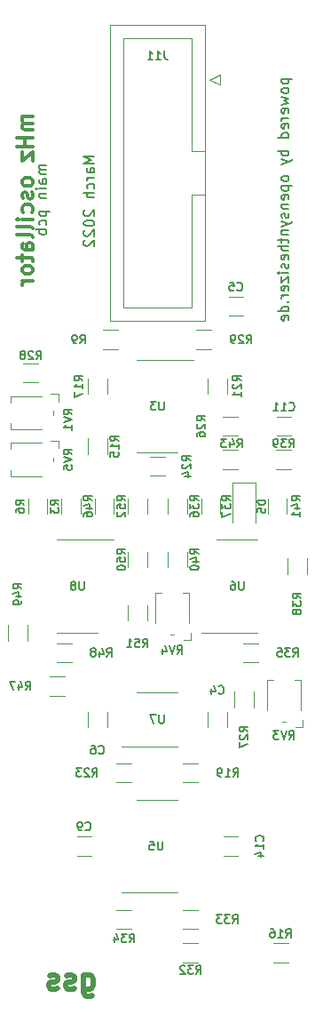
<source format=gbr>
%TF.GenerationSoftware,KiCad,Pcbnew,6.0.4-6f826c9f35~116~ubuntu21.10.1*%
%TF.CreationDate,2022-06-29T09:01:03+02:00*%
%TF.ProjectId,mHz_oscillator,6d487a5f-6f73-4636-996c-6c61746f722e,rev?*%
%TF.SameCoordinates,Original*%
%TF.FileFunction,Legend,Bot*%
%TF.FilePolarity,Positive*%
%FSLAX46Y46*%
G04 Gerber Fmt 4.6, Leading zero omitted, Abs format (unit mm)*
G04 Created by KiCad (PCBNEW 6.0.4-6f826c9f35~116~ubuntu21.10.1) date 2022-06-29 09:01:03*
%MOMM*%
%LPD*%
G01*
G04 APERTURE LIST*
%ADD10C,0.375000*%
%ADD11C,0.150000*%
%ADD12C,0.500000*%
%ADD13C,0.120000*%
G04 APERTURE END LIST*
D10*
X28110571Y75238571D02*
X27110571Y75238571D01*
X27253428Y75238571D02*
X27182000Y75167142D01*
X27110571Y75024285D01*
X27110571Y74810000D01*
X27182000Y74667142D01*
X27324857Y74595714D01*
X28110571Y74595714D01*
X27324857Y74595714D02*
X27182000Y74524285D01*
X27110571Y74381428D01*
X27110571Y74167142D01*
X27182000Y74024285D01*
X27324857Y73952857D01*
X28110571Y73952857D01*
X28110571Y73238571D02*
X26610571Y73238571D01*
X27324857Y73238571D02*
X27324857Y72381428D01*
X28110571Y72381428D02*
X26610571Y72381428D01*
X27110571Y71810000D02*
X27110571Y71024285D01*
X28110571Y71810000D01*
X28110571Y71024285D01*
X28110571Y69095714D02*
X28039142Y69238571D01*
X27967714Y69310000D01*
X27824857Y69381428D01*
X27396285Y69381428D01*
X27253428Y69310000D01*
X27182000Y69238571D01*
X27110571Y69095714D01*
X27110571Y68881428D01*
X27182000Y68738571D01*
X27253428Y68667142D01*
X27396285Y68595714D01*
X27824857Y68595714D01*
X27967714Y68667142D01*
X28039142Y68738571D01*
X28110571Y68881428D01*
X28110571Y69095714D01*
X28039142Y68024285D02*
X28110571Y67881428D01*
X28110571Y67595714D01*
X28039142Y67452857D01*
X27896285Y67381428D01*
X27824857Y67381428D01*
X27682000Y67452857D01*
X27610571Y67595714D01*
X27610571Y67810000D01*
X27539142Y67952857D01*
X27396285Y68024285D01*
X27324857Y68024285D01*
X27182000Y67952857D01*
X27110571Y67810000D01*
X27110571Y67595714D01*
X27182000Y67452857D01*
X28039142Y66095714D02*
X28110571Y66238571D01*
X28110571Y66524285D01*
X28039142Y66667142D01*
X27967714Y66738571D01*
X27824857Y66810000D01*
X27396285Y66810000D01*
X27253428Y66738571D01*
X27182000Y66667142D01*
X27110571Y66524285D01*
X27110571Y66238571D01*
X27182000Y66095714D01*
X28110571Y65452857D02*
X27110571Y65452857D01*
X26610571Y65452857D02*
X26682000Y65524285D01*
X26753428Y65452857D01*
X26682000Y65381428D01*
X26610571Y65452857D01*
X26753428Y65452857D01*
X28110571Y64524285D02*
X28039142Y64667142D01*
X27896285Y64738571D01*
X26610571Y64738571D01*
X28110571Y63738571D02*
X28039142Y63881428D01*
X27896285Y63952857D01*
X26610571Y63952857D01*
X28110571Y62524285D02*
X27324857Y62524285D01*
X27182000Y62595714D01*
X27110571Y62738571D01*
X27110571Y63024285D01*
X27182000Y63167142D01*
X28039142Y62524285D02*
X28110571Y62667142D01*
X28110571Y63024285D01*
X28039142Y63167142D01*
X27896285Y63238571D01*
X27753428Y63238571D01*
X27610571Y63167142D01*
X27539142Y63024285D01*
X27539142Y62667142D01*
X27467714Y62524285D01*
X27110571Y62024285D02*
X27110571Y61452857D01*
X26610571Y61810000D02*
X27896285Y61810000D01*
X28039142Y61738571D01*
X28110571Y61595714D01*
X28110571Y61452857D01*
X28110571Y60738571D02*
X28039142Y60881428D01*
X27967714Y60952857D01*
X27824857Y61024285D01*
X27396285Y61024285D01*
X27253428Y60952857D01*
X27182000Y60881428D01*
X27110571Y60738571D01*
X27110571Y60524285D01*
X27182000Y60381428D01*
X27253428Y60310000D01*
X27396285Y60238571D01*
X27824857Y60238571D01*
X27967714Y60310000D01*
X28039142Y60381428D01*
X28110571Y60524285D01*
X28110571Y60738571D01*
X28110571Y59595714D02*
X27110571Y59595714D01*
X27396285Y59595714D02*
X27253428Y59524285D01*
X27182000Y59452857D01*
X27110571Y59310000D01*
X27110571Y59167142D01*
D11*
X29408380Y70595714D02*
X28741714Y70595714D01*
X28836952Y70595714D02*
X28789333Y70548095D01*
X28741714Y70452857D01*
X28741714Y70310000D01*
X28789333Y70214761D01*
X28884571Y70167142D01*
X29408380Y70167142D01*
X28884571Y70167142D02*
X28789333Y70119523D01*
X28741714Y70024285D01*
X28741714Y69881428D01*
X28789333Y69786190D01*
X28884571Y69738571D01*
X29408380Y69738571D01*
X29408380Y68833809D02*
X28884571Y68833809D01*
X28789333Y68881428D01*
X28741714Y68976666D01*
X28741714Y69167142D01*
X28789333Y69262380D01*
X29360761Y68833809D02*
X29408380Y68929047D01*
X29408380Y69167142D01*
X29360761Y69262380D01*
X29265523Y69310000D01*
X29170285Y69310000D01*
X29075047Y69262380D01*
X29027428Y69167142D01*
X29027428Y68929047D01*
X28979809Y68833809D01*
X29408380Y68357619D02*
X28741714Y68357619D01*
X28408380Y68357619D02*
X28456000Y68405238D01*
X28503619Y68357619D01*
X28456000Y68310000D01*
X28408380Y68357619D01*
X28503619Y68357619D01*
X28741714Y67881428D02*
X29408380Y67881428D01*
X28836952Y67881428D02*
X28789333Y67833809D01*
X28741714Y67738571D01*
X28741714Y67595714D01*
X28789333Y67500476D01*
X28884571Y67452857D01*
X29408380Y67452857D01*
X28741714Y66214761D02*
X29741714Y66214761D01*
X28789333Y66214761D02*
X28741714Y66119523D01*
X28741714Y65929047D01*
X28789333Y65833809D01*
X28836952Y65786190D01*
X28932190Y65738571D01*
X29217904Y65738571D01*
X29313142Y65786190D01*
X29360761Y65833809D01*
X29408380Y65929047D01*
X29408380Y66119523D01*
X29360761Y66214761D01*
X29360761Y64881428D02*
X29408380Y64976666D01*
X29408380Y65167142D01*
X29360761Y65262380D01*
X29313142Y65310000D01*
X29217904Y65357619D01*
X28932190Y65357619D01*
X28836952Y65310000D01*
X28789333Y65262380D01*
X28741714Y65167142D01*
X28741714Y64976666D01*
X28789333Y64881428D01*
X29408380Y64452857D02*
X28408380Y64452857D01*
X28789333Y64452857D02*
X28741714Y64357619D01*
X28741714Y64167142D01*
X28789333Y64071904D01*
X28836952Y64024285D01*
X28932190Y63976666D01*
X29217904Y63976666D01*
X29313142Y64024285D01*
X29360761Y64071904D01*
X29408380Y64167142D01*
X29408380Y64357619D01*
X29360761Y64452857D01*
X33980380Y71444904D02*
X32980380Y71444904D01*
X33694666Y71111571D01*
X32980380Y70778238D01*
X33980380Y70778238D01*
X33980380Y69873476D02*
X33456571Y69873476D01*
X33361333Y69921095D01*
X33313714Y70016333D01*
X33313714Y70206809D01*
X33361333Y70302047D01*
X33932761Y69873476D02*
X33980380Y69968714D01*
X33980380Y70206809D01*
X33932761Y70302047D01*
X33837523Y70349666D01*
X33742285Y70349666D01*
X33647047Y70302047D01*
X33599428Y70206809D01*
X33599428Y69968714D01*
X33551809Y69873476D01*
X33980380Y69397285D02*
X33313714Y69397285D01*
X33504190Y69397285D02*
X33408952Y69349666D01*
X33361333Y69302047D01*
X33313714Y69206809D01*
X33313714Y69111571D01*
X33932761Y68349666D02*
X33980380Y68444904D01*
X33980380Y68635380D01*
X33932761Y68730619D01*
X33885142Y68778238D01*
X33789904Y68825857D01*
X33504190Y68825857D01*
X33408952Y68778238D01*
X33361333Y68730619D01*
X33313714Y68635380D01*
X33313714Y68444904D01*
X33361333Y68349666D01*
X33980380Y67921095D02*
X32980380Y67921095D01*
X33980380Y67492523D02*
X33456571Y67492523D01*
X33361333Y67540142D01*
X33313714Y67635380D01*
X33313714Y67778238D01*
X33361333Y67873476D01*
X33408952Y67921095D01*
X33075619Y66302047D02*
X33028000Y66254428D01*
X32980380Y66159190D01*
X32980380Y65921095D01*
X33028000Y65825857D01*
X33075619Y65778238D01*
X33170857Y65730619D01*
X33266095Y65730619D01*
X33408952Y65778238D01*
X33980380Y66349666D01*
X33980380Y65730619D01*
X32980380Y65111571D02*
X32980380Y65016333D01*
X33028000Y64921095D01*
X33075619Y64873476D01*
X33170857Y64825857D01*
X33361333Y64778238D01*
X33599428Y64778238D01*
X33789904Y64825857D01*
X33885142Y64873476D01*
X33932761Y64921095D01*
X33980380Y65016333D01*
X33980380Y65111571D01*
X33932761Y65206809D01*
X33885142Y65254428D01*
X33789904Y65302047D01*
X33599428Y65349666D01*
X33361333Y65349666D01*
X33170857Y65302047D01*
X33075619Y65254428D01*
X33028000Y65206809D01*
X32980380Y65111571D01*
X33075619Y64397285D02*
X33028000Y64349666D01*
X32980380Y64254428D01*
X32980380Y64016333D01*
X33028000Y63921095D01*
X33075619Y63873476D01*
X33170857Y63825857D01*
X33266095Y63825857D01*
X33408952Y63873476D01*
X33980380Y64444904D01*
X33980380Y63825857D01*
X33075619Y63444904D02*
X33028000Y63397285D01*
X32980380Y63302047D01*
X32980380Y63063952D01*
X33028000Y62968714D01*
X33075619Y62921095D01*
X33170857Y62873476D01*
X33266095Y62873476D01*
X33408952Y62921095D01*
X33980380Y63492523D01*
X33980380Y62873476D01*
D12*
X32940476Y-6556428D02*
X32940476Y-8175476D01*
X33035714Y-8365952D01*
X33130952Y-8461190D01*
X33321428Y-8556428D01*
X33607142Y-8556428D01*
X33797619Y-8461190D01*
X32940476Y-7794523D02*
X33130952Y-7889761D01*
X33511904Y-7889761D01*
X33702380Y-7794523D01*
X33797619Y-7699285D01*
X33892857Y-7508809D01*
X33892857Y-6937380D01*
X33797619Y-6746904D01*
X33702380Y-6651666D01*
X33511904Y-6556428D01*
X33130952Y-6556428D01*
X32940476Y-6651666D01*
X32083333Y-7794523D02*
X31892857Y-7889761D01*
X31511904Y-7889761D01*
X31321428Y-7794523D01*
X31226190Y-7604047D01*
X31226190Y-7508809D01*
X31321428Y-7318333D01*
X31511904Y-7223095D01*
X31797619Y-7223095D01*
X31988095Y-7127857D01*
X32083333Y-6937380D01*
X32083333Y-6842142D01*
X31988095Y-6651666D01*
X31797619Y-6556428D01*
X31511904Y-6556428D01*
X31321428Y-6651666D01*
X30464285Y-7794523D02*
X30273809Y-7889761D01*
X29892857Y-7889761D01*
X29702380Y-7794523D01*
X29607142Y-7604047D01*
X29607142Y-7508809D01*
X29702380Y-7318333D01*
X29892857Y-7223095D01*
X30178571Y-7223095D01*
X30369047Y-7127857D01*
X30464285Y-6937380D01*
X30464285Y-6842142D01*
X30369047Y-6651666D01*
X30178571Y-6556428D01*
X29892857Y-6556428D01*
X29702380Y-6651666D01*
D11*
X51855714Y78810000D02*
X52855714Y78810000D01*
X51903333Y78810000D02*
X51855714Y78714761D01*
X51855714Y78524285D01*
X51903333Y78429047D01*
X51950952Y78381428D01*
X52046190Y78333809D01*
X52331904Y78333809D01*
X52427142Y78381428D01*
X52474761Y78429047D01*
X52522380Y78524285D01*
X52522380Y78714761D01*
X52474761Y78810000D01*
X52522380Y77762380D02*
X52474761Y77857619D01*
X52427142Y77905238D01*
X52331904Y77952857D01*
X52046190Y77952857D01*
X51950952Y77905238D01*
X51903333Y77857619D01*
X51855714Y77762380D01*
X51855714Y77619523D01*
X51903333Y77524285D01*
X51950952Y77476666D01*
X52046190Y77429047D01*
X52331904Y77429047D01*
X52427142Y77476666D01*
X52474761Y77524285D01*
X52522380Y77619523D01*
X52522380Y77762380D01*
X51855714Y77095714D02*
X52522380Y76905238D01*
X52046190Y76714761D01*
X52522380Y76524285D01*
X51855714Y76333809D01*
X52474761Y75571904D02*
X52522380Y75667142D01*
X52522380Y75857619D01*
X52474761Y75952857D01*
X52379523Y76000476D01*
X51998571Y76000476D01*
X51903333Y75952857D01*
X51855714Y75857619D01*
X51855714Y75667142D01*
X51903333Y75571904D01*
X51998571Y75524285D01*
X52093809Y75524285D01*
X52189047Y76000476D01*
X52522380Y75095714D02*
X51855714Y75095714D01*
X52046190Y75095714D02*
X51950952Y75048095D01*
X51903333Y75000476D01*
X51855714Y74905238D01*
X51855714Y74810000D01*
X52474761Y74095714D02*
X52522380Y74190952D01*
X52522380Y74381428D01*
X52474761Y74476666D01*
X52379523Y74524285D01*
X51998571Y74524285D01*
X51903333Y74476666D01*
X51855714Y74381428D01*
X51855714Y74190952D01*
X51903333Y74095714D01*
X51998571Y74048095D01*
X52093809Y74048095D01*
X52189047Y74524285D01*
X52522380Y73190952D02*
X51522380Y73190952D01*
X52474761Y73190952D02*
X52522380Y73286190D01*
X52522380Y73476666D01*
X52474761Y73571904D01*
X52427142Y73619523D01*
X52331904Y73667142D01*
X52046190Y73667142D01*
X51950952Y73619523D01*
X51903333Y73571904D01*
X51855714Y73476666D01*
X51855714Y73286190D01*
X51903333Y73190952D01*
X52522380Y71952857D02*
X51522380Y71952857D01*
X51903333Y71952857D02*
X51855714Y71857619D01*
X51855714Y71667142D01*
X51903333Y71571904D01*
X51950952Y71524285D01*
X52046190Y71476666D01*
X52331904Y71476666D01*
X52427142Y71524285D01*
X52474761Y71571904D01*
X52522380Y71667142D01*
X52522380Y71857619D01*
X52474761Y71952857D01*
X51855714Y71143333D02*
X52522380Y70905238D01*
X51855714Y70667142D02*
X52522380Y70905238D01*
X52760476Y71000476D01*
X52808095Y71048095D01*
X52855714Y71143333D01*
X52522380Y69381428D02*
X52474761Y69476666D01*
X52427142Y69524285D01*
X52331904Y69571904D01*
X52046190Y69571904D01*
X51950952Y69524285D01*
X51903333Y69476666D01*
X51855714Y69381428D01*
X51855714Y69238571D01*
X51903333Y69143333D01*
X51950952Y69095714D01*
X52046190Y69048095D01*
X52331904Y69048095D01*
X52427142Y69095714D01*
X52474761Y69143333D01*
X52522380Y69238571D01*
X52522380Y69381428D01*
X51855714Y68619523D02*
X52855714Y68619523D01*
X51903333Y68619523D02*
X51855714Y68524285D01*
X51855714Y68333809D01*
X51903333Y68238571D01*
X51950952Y68190952D01*
X52046190Y68143333D01*
X52331904Y68143333D01*
X52427142Y68190952D01*
X52474761Y68238571D01*
X52522380Y68333809D01*
X52522380Y68524285D01*
X52474761Y68619523D01*
X52474761Y67333809D02*
X52522380Y67429047D01*
X52522380Y67619523D01*
X52474761Y67714761D01*
X52379523Y67762380D01*
X51998571Y67762380D01*
X51903333Y67714761D01*
X51855714Y67619523D01*
X51855714Y67429047D01*
X51903333Y67333809D01*
X51998571Y67286190D01*
X52093809Y67286190D01*
X52189047Y67762380D01*
X51855714Y66857619D02*
X52522380Y66857619D01*
X51950952Y66857619D02*
X51903333Y66810000D01*
X51855714Y66714761D01*
X51855714Y66571904D01*
X51903333Y66476666D01*
X51998571Y66429047D01*
X52522380Y66429047D01*
X52474761Y66000476D02*
X52522380Y65905238D01*
X52522380Y65714761D01*
X52474761Y65619523D01*
X52379523Y65571904D01*
X52331904Y65571904D01*
X52236666Y65619523D01*
X52189047Y65714761D01*
X52189047Y65857619D01*
X52141428Y65952857D01*
X52046190Y66000476D01*
X51998571Y66000476D01*
X51903333Y65952857D01*
X51855714Y65857619D01*
X51855714Y65714761D01*
X51903333Y65619523D01*
X51855714Y65238571D02*
X52522380Y65000476D01*
X51855714Y64762380D02*
X52522380Y65000476D01*
X52760476Y65095714D01*
X52808095Y65143333D01*
X52855714Y65238571D01*
X51855714Y64381428D02*
X52522380Y64381428D01*
X51950952Y64381428D02*
X51903333Y64333809D01*
X51855714Y64238571D01*
X51855714Y64095714D01*
X51903333Y64000476D01*
X51998571Y63952857D01*
X52522380Y63952857D01*
X51855714Y63619523D02*
X51855714Y63238571D01*
X51522380Y63476666D02*
X52379523Y63476666D01*
X52474761Y63429047D01*
X52522380Y63333809D01*
X52522380Y63238571D01*
X52522380Y62905238D02*
X51522380Y62905238D01*
X52522380Y62476666D02*
X51998571Y62476666D01*
X51903333Y62524285D01*
X51855714Y62619523D01*
X51855714Y62762380D01*
X51903333Y62857619D01*
X51950952Y62905238D01*
X52474761Y61619523D02*
X52522380Y61714761D01*
X52522380Y61905238D01*
X52474761Y62000476D01*
X52379523Y62048095D01*
X51998571Y62048095D01*
X51903333Y62000476D01*
X51855714Y61905238D01*
X51855714Y61714761D01*
X51903333Y61619523D01*
X51998571Y61571904D01*
X52093809Y61571904D01*
X52189047Y62048095D01*
X52474761Y61190952D02*
X52522380Y61095714D01*
X52522380Y60905238D01*
X52474761Y60810000D01*
X52379523Y60762380D01*
X52331904Y60762380D01*
X52236666Y60810000D01*
X52189047Y60905238D01*
X52189047Y61048095D01*
X52141428Y61143333D01*
X52046190Y61190952D01*
X51998571Y61190952D01*
X51903333Y61143333D01*
X51855714Y61048095D01*
X51855714Y60905238D01*
X51903333Y60810000D01*
X52522380Y60333809D02*
X51855714Y60333809D01*
X51522380Y60333809D02*
X51570000Y60381428D01*
X51617619Y60333809D01*
X51570000Y60286190D01*
X51522380Y60333809D01*
X51617619Y60333809D01*
X51855714Y59952857D02*
X51855714Y59429047D01*
X52522380Y59952857D01*
X52522380Y59429047D01*
X52474761Y58667142D02*
X52522380Y58762380D01*
X52522380Y58952857D01*
X52474761Y59048095D01*
X52379523Y59095714D01*
X51998571Y59095714D01*
X51903333Y59048095D01*
X51855714Y58952857D01*
X51855714Y58762380D01*
X51903333Y58667142D01*
X51998571Y58619523D01*
X52093809Y58619523D01*
X52189047Y59095714D01*
X52522380Y58190952D02*
X51855714Y58190952D01*
X52046190Y58190952D02*
X51950952Y58143333D01*
X51903333Y58095714D01*
X51855714Y58000476D01*
X51855714Y57905238D01*
X52427142Y57571904D02*
X52474761Y57524285D01*
X52522380Y57571904D01*
X52474761Y57619523D01*
X52427142Y57571904D01*
X52522380Y57571904D01*
X52522380Y56667142D02*
X51522380Y56667142D01*
X52474761Y56667142D02*
X52522380Y56762380D01*
X52522380Y56952857D01*
X52474761Y57048095D01*
X52427142Y57095714D01*
X52331904Y57143333D01*
X52046190Y57143333D01*
X51950952Y57095714D01*
X51903333Y57048095D01*
X51855714Y56952857D01*
X51855714Y56762380D01*
X51903333Y56667142D01*
X52474761Y55810000D02*
X52522380Y55905238D01*
X52522380Y56095714D01*
X52474761Y56190952D01*
X52379523Y56238571D01*
X51998571Y56238571D01*
X51903333Y56190952D01*
X51855714Y56095714D01*
X51855714Y55905238D01*
X51903333Y55810000D01*
X51998571Y55762380D01*
X52093809Y55762380D01*
X52189047Y56238571D01*
%TO.C,R35*%
X52965285Y23768095D02*
X53231952Y24149047D01*
X53422428Y23768095D02*
X53422428Y24568095D01*
X53117666Y24568095D01*
X53041476Y24530000D01*
X53003380Y24491904D01*
X52965285Y24415714D01*
X52965285Y24301428D01*
X53003380Y24225238D01*
X53041476Y24187142D01*
X53117666Y24149047D01*
X53422428Y24149047D01*
X52698619Y24568095D02*
X52203380Y24568095D01*
X52470047Y24263333D01*
X52355761Y24263333D01*
X52279571Y24225238D01*
X52241476Y24187142D01*
X52203380Y24110952D01*
X52203380Y23920476D01*
X52241476Y23844285D01*
X52279571Y23806190D01*
X52355761Y23768095D01*
X52584333Y23768095D01*
X52660523Y23806190D01*
X52698619Y23844285D01*
X51479571Y24568095D02*
X51860523Y24568095D01*
X51898619Y24187142D01*
X51860523Y24225238D01*
X51784333Y24263333D01*
X51593857Y24263333D01*
X51517666Y24225238D01*
X51479571Y24187142D01*
X51441476Y24110952D01*
X51441476Y23920476D01*
X51479571Y23844285D01*
X51517666Y23806190D01*
X51593857Y23768095D01*
X51784333Y23768095D01*
X51860523Y23806190D01*
X51898619Y23844285D01*
%TO.C,R41*%
X53616904Y38614285D02*
X53235952Y38880952D01*
X53616904Y39071428D02*
X52816904Y39071428D01*
X52816904Y38766666D01*
X52855000Y38690476D01*
X52893095Y38652380D01*
X52969285Y38614285D01*
X53083571Y38614285D01*
X53159761Y38652380D01*
X53197857Y38690476D01*
X53235952Y38766666D01*
X53235952Y39071428D01*
X53083571Y37928571D02*
X53616904Y37928571D01*
X52778809Y38119047D02*
X53350238Y38309523D01*
X53350238Y37814285D01*
X53616904Y37090476D02*
X53616904Y37547619D01*
X53616904Y37319047D02*
X52816904Y37319047D01*
X52931190Y37395238D01*
X53007380Y37471428D01*
X53045476Y37547619D01*
%TO.C,R3*%
X30587904Y38233333D02*
X30206952Y38500000D01*
X30587904Y38690476D02*
X29787904Y38690476D01*
X29787904Y38385714D01*
X29826000Y38309523D01*
X29864095Y38271428D01*
X29940285Y38233333D01*
X30054571Y38233333D01*
X30130761Y38271428D01*
X30168857Y38309523D01*
X30206952Y38385714D01*
X30206952Y38690476D01*
X29787904Y37966666D02*
X29787904Y37471428D01*
X30092666Y37738095D01*
X30092666Y37623809D01*
X30130761Y37547619D01*
X30168857Y37509523D01*
X30245047Y37471428D01*
X30435523Y37471428D01*
X30511714Y37509523D01*
X30549809Y37547619D01*
X30587904Y37623809D01*
X30587904Y37852380D01*
X30549809Y37928571D01*
X30511714Y37966666D01*
%TO.C,R50*%
X36937904Y33534285D02*
X36556952Y33800952D01*
X36937904Y33991428D02*
X36137904Y33991428D01*
X36137904Y33686666D01*
X36176000Y33610476D01*
X36214095Y33572380D01*
X36290285Y33534285D01*
X36404571Y33534285D01*
X36480761Y33572380D01*
X36518857Y33610476D01*
X36556952Y33686666D01*
X36556952Y33991428D01*
X36137904Y32810476D02*
X36137904Y33191428D01*
X36518857Y33229523D01*
X36480761Y33191428D01*
X36442666Y33115238D01*
X36442666Y32924761D01*
X36480761Y32848571D01*
X36518857Y32810476D01*
X36595047Y32772380D01*
X36785523Y32772380D01*
X36861714Y32810476D01*
X36899809Y32848571D01*
X36937904Y32924761D01*
X36937904Y33115238D01*
X36899809Y33191428D01*
X36861714Y33229523D01*
X36137904Y32277142D02*
X36137904Y32200952D01*
X36176000Y32124761D01*
X36214095Y32086666D01*
X36290285Y32048571D01*
X36442666Y32010476D01*
X36633142Y32010476D01*
X36785523Y32048571D01*
X36861714Y32086666D01*
X36899809Y32124761D01*
X36937904Y32200952D01*
X36937904Y32277142D01*
X36899809Y32353333D01*
X36861714Y32391428D01*
X36785523Y32429523D01*
X36633142Y32467619D01*
X36442666Y32467619D01*
X36290285Y32429523D01*
X36214095Y32391428D01*
X36176000Y32353333D01*
X36137904Y32277142D01*
%TO.C,R6*%
X27285904Y38233333D02*
X26904952Y38500000D01*
X27285904Y38690476D02*
X26485904Y38690476D01*
X26485904Y38385714D01*
X26524000Y38309523D01*
X26562095Y38271428D01*
X26638285Y38233333D01*
X26752571Y38233333D01*
X26828761Y38271428D01*
X26866857Y38309523D01*
X26904952Y38385714D01*
X26904952Y38690476D01*
X26485904Y37547619D02*
X26485904Y37700000D01*
X26524000Y37776190D01*
X26562095Y37814285D01*
X26676380Y37890476D01*
X26828761Y37928571D01*
X27133523Y37928571D01*
X27209714Y37890476D01*
X27247809Y37852380D01*
X27285904Y37776190D01*
X27285904Y37623809D01*
X27247809Y37547619D01*
X27209714Y37509523D01*
X27133523Y37471428D01*
X26943047Y37471428D01*
X26866857Y37509523D01*
X26828761Y37547619D01*
X26790666Y37623809D01*
X26790666Y37776190D01*
X26828761Y37852380D01*
X26866857Y37890476D01*
X26943047Y37928571D01*
%TO.C,RV5*%
X31857904Y43021190D02*
X31476952Y43287857D01*
X31857904Y43478333D02*
X31057904Y43478333D01*
X31057904Y43173571D01*
X31096000Y43097380D01*
X31134095Y43059285D01*
X31210285Y43021190D01*
X31324571Y43021190D01*
X31400761Y43059285D01*
X31438857Y43097380D01*
X31476952Y43173571D01*
X31476952Y43478333D01*
X31057904Y42792619D02*
X31857904Y42525952D01*
X31057904Y42259285D01*
X31057904Y41611666D02*
X31057904Y41992619D01*
X31438857Y42030714D01*
X31400761Y41992619D01*
X31362666Y41916428D01*
X31362666Y41725952D01*
X31400761Y41649761D01*
X31438857Y41611666D01*
X31515047Y41573571D01*
X31705523Y41573571D01*
X31781714Y41611666D01*
X31819809Y41649761D01*
X31857904Y41725952D01*
X31857904Y41916428D01*
X31819809Y41992619D01*
X31781714Y42030714D01*
%TO.C,U5*%
X40487523Y6153095D02*
X40487523Y5505476D01*
X40449428Y5429285D01*
X40411333Y5391190D01*
X40335142Y5353095D01*
X40182761Y5353095D01*
X40106571Y5391190D01*
X40068476Y5429285D01*
X40030380Y5505476D01*
X40030380Y6153095D01*
X39268476Y6153095D02*
X39649428Y6153095D01*
X39687523Y5772142D01*
X39649428Y5810238D01*
X39573238Y5848333D01*
X39382761Y5848333D01*
X39306571Y5810238D01*
X39268476Y5772142D01*
X39230380Y5695952D01*
X39230380Y5505476D01*
X39268476Y5429285D01*
X39306571Y5391190D01*
X39382761Y5353095D01*
X39573238Y5353095D01*
X39649428Y5391190D01*
X39687523Y5429285D01*
%TO.C,R19*%
X47250285Y12338095D02*
X47516952Y12719047D01*
X47707428Y12338095D02*
X47707428Y13138095D01*
X47402666Y13138095D01*
X47326476Y13100000D01*
X47288380Y13061904D01*
X47250285Y12985714D01*
X47250285Y12871428D01*
X47288380Y12795238D01*
X47326476Y12757142D01*
X47402666Y12719047D01*
X47707428Y12719047D01*
X46488380Y12338095D02*
X46945523Y12338095D01*
X46716952Y12338095D02*
X46716952Y13138095D01*
X46793142Y13023809D01*
X46869333Y12947619D01*
X46945523Y12909523D01*
X46107428Y12338095D02*
X45955047Y12338095D01*
X45878857Y12376190D01*
X45840761Y12414285D01*
X45764571Y12528571D01*
X45726476Y12680952D01*
X45726476Y12985714D01*
X45764571Y13061904D01*
X45802666Y13100000D01*
X45878857Y13138095D01*
X46031238Y13138095D01*
X46107428Y13100000D01*
X46145523Y13061904D01*
X46183619Y12985714D01*
X46183619Y12795238D01*
X46145523Y12719047D01*
X46107428Y12680952D01*
X46031238Y12642857D01*
X45878857Y12642857D01*
X45802666Y12680952D01*
X45764571Y12719047D01*
X45726476Y12795238D01*
%TO.C,R52*%
X36937904Y38614285D02*
X36556952Y38880952D01*
X36937904Y39071428D02*
X36137904Y39071428D01*
X36137904Y38766666D01*
X36176000Y38690476D01*
X36214095Y38652380D01*
X36290285Y38614285D01*
X36404571Y38614285D01*
X36480761Y38652380D01*
X36518857Y38690476D01*
X36556952Y38766666D01*
X36556952Y39071428D01*
X36137904Y37890476D02*
X36137904Y38271428D01*
X36518857Y38309523D01*
X36480761Y38271428D01*
X36442666Y38195238D01*
X36442666Y38004761D01*
X36480761Y37928571D01*
X36518857Y37890476D01*
X36595047Y37852380D01*
X36785523Y37852380D01*
X36861714Y37890476D01*
X36899809Y37928571D01*
X36937904Y38004761D01*
X36937904Y38195238D01*
X36899809Y38271428D01*
X36861714Y38309523D01*
X36214095Y37547619D02*
X36176000Y37509523D01*
X36137904Y37433333D01*
X36137904Y37242857D01*
X36176000Y37166666D01*
X36214095Y37128571D01*
X36290285Y37090476D01*
X36366476Y37090476D01*
X36480761Y37128571D01*
X36937904Y37585714D01*
X36937904Y37090476D01*
%TO.C,R34*%
X37344285Y-3451904D02*
X37610952Y-3070952D01*
X37801428Y-3451904D02*
X37801428Y-2651904D01*
X37496666Y-2651904D01*
X37420476Y-2690000D01*
X37382380Y-2728095D01*
X37344285Y-2804285D01*
X37344285Y-2918571D01*
X37382380Y-2994761D01*
X37420476Y-3032857D01*
X37496666Y-3070952D01*
X37801428Y-3070952D01*
X37077619Y-2651904D02*
X36582380Y-2651904D01*
X36849047Y-2956666D01*
X36734761Y-2956666D01*
X36658571Y-2994761D01*
X36620476Y-3032857D01*
X36582380Y-3109047D01*
X36582380Y-3299523D01*
X36620476Y-3375714D01*
X36658571Y-3413809D01*
X36734761Y-3451904D01*
X36963333Y-3451904D01*
X37039523Y-3413809D01*
X37077619Y-3375714D01*
X35896666Y-2918571D02*
X35896666Y-3451904D01*
X36087142Y-2613809D02*
X36277619Y-3185238D01*
X35782380Y-3185238D01*
%TO.C,R49*%
X27031904Y30232285D02*
X26650952Y30498952D01*
X27031904Y30689428D02*
X26231904Y30689428D01*
X26231904Y30384666D01*
X26270000Y30308476D01*
X26308095Y30270380D01*
X26384285Y30232285D01*
X26498571Y30232285D01*
X26574761Y30270380D01*
X26612857Y30308476D01*
X26650952Y30384666D01*
X26650952Y30689428D01*
X26498571Y29546571D02*
X27031904Y29546571D01*
X26193809Y29737047D02*
X26765238Y29927523D01*
X26765238Y29432285D01*
X27031904Y29089428D02*
X27031904Y28937047D01*
X26993809Y28860857D01*
X26955714Y28822761D01*
X26841428Y28746571D01*
X26689047Y28708476D01*
X26384285Y28708476D01*
X26308095Y28746571D01*
X26270000Y28784666D01*
X26231904Y28860857D01*
X26231904Y29013238D01*
X26270000Y29089428D01*
X26308095Y29127523D01*
X26384285Y29165619D01*
X26574761Y29165619D01*
X26650952Y29127523D01*
X26689047Y29089428D01*
X26727142Y29013238D01*
X26727142Y28860857D01*
X26689047Y28784666D01*
X26650952Y28746571D01*
X26574761Y28708476D01*
%TO.C,C14*%
X50069714Y6229285D02*
X50107809Y6267380D01*
X50145904Y6381666D01*
X50145904Y6457857D01*
X50107809Y6572142D01*
X50031619Y6648333D01*
X49955428Y6686428D01*
X49803047Y6724523D01*
X49688761Y6724523D01*
X49536380Y6686428D01*
X49460190Y6648333D01*
X49384000Y6572142D01*
X49345904Y6457857D01*
X49345904Y6381666D01*
X49384000Y6267380D01*
X49422095Y6229285D01*
X50145904Y5467380D02*
X50145904Y5924523D01*
X50145904Y5695952D02*
X49345904Y5695952D01*
X49460190Y5772142D01*
X49536380Y5848333D01*
X49574476Y5924523D01*
X49612571Y4781666D02*
X50145904Y4781666D01*
X49307809Y4972142D02*
X49879238Y5162619D01*
X49879238Y4667380D01*
%TO.C,R23*%
X33788285Y12338095D02*
X34054952Y12719047D01*
X34245428Y12338095D02*
X34245428Y13138095D01*
X33940666Y13138095D01*
X33864476Y13100000D01*
X33826380Y13061904D01*
X33788285Y12985714D01*
X33788285Y12871428D01*
X33826380Y12795238D01*
X33864476Y12757142D01*
X33940666Y12719047D01*
X34245428Y12719047D01*
X33483523Y13061904D02*
X33445428Y13100000D01*
X33369238Y13138095D01*
X33178761Y13138095D01*
X33102571Y13100000D01*
X33064476Y13061904D01*
X33026380Y12985714D01*
X33026380Y12909523D01*
X33064476Y12795238D01*
X33521619Y12338095D01*
X33026380Y12338095D01*
X32759714Y13138095D02*
X32264476Y13138095D01*
X32531142Y12833333D01*
X32416857Y12833333D01*
X32340666Y12795238D01*
X32302571Y12757142D01*
X32264476Y12680952D01*
X32264476Y12490476D01*
X32302571Y12414285D01*
X32340666Y12376190D01*
X32416857Y12338095D01*
X32645428Y12338095D01*
X32721619Y12376190D01*
X32759714Y12414285D01*
%TO.C,R33*%
X47186785Y-1631904D02*
X47453452Y-1250952D01*
X47643928Y-1631904D02*
X47643928Y-831904D01*
X47339166Y-831904D01*
X47262976Y-870000D01*
X47224880Y-908095D01*
X47186785Y-984285D01*
X47186785Y-1098571D01*
X47224880Y-1174761D01*
X47262976Y-1212857D01*
X47339166Y-1250952D01*
X47643928Y-1250952D01*
X46920119Y-831904D02*
X46424880Y-831904D01*
X46691547Y-1136666D01*
X46577261Y-1136666D01*
X46501071Y-1174761D01*
X46462976Y-1212857D01*
X46424880Y-1289047D01*
X46424880Y-1479523D01*
X46462976Y-1555714D01*
X46501071Y-1593809D01*
X46577261Y-1631904D01*
X46805833Y-1631904D01*
X46882023Y-1593809D01*
X46920119Y-1555714D01*
X46158214Y-831904D02*
X45662976Y-831904D01*
X45929642Y-1136666D01*
X45815357Y-1136666D01*
X45739166Y-1174761D01*
X45701071Y-1212857D01*
X45662976Y-1289047D01*
X45662976Y-1479523D01*
X45701071Y-1555714D01*
X45739166Y-1593809D01*
X45815357Y-1631904D01*
X46043928Y-1631904D01*
X46120119Y-1593809D01*
X46158214Y-1555714D01*
%TO.C,U7*%
X40614523Y18218095D02*
X40614523Y17570476D01*
X40576428Y17494285D01*
X40538333Y17456190D01*
X40462142Y17418095D01*
X40309761Y17418095D01*
X40233571Y17456190D01*
X40195476Y17494285D01*
X40157380Y17570476D01*
X40157380Y18218095D01*
X39852619Y18218095D02*
X39319285Y18218095D01*
X39662142Y17418095D01*
%TO.C,R37*%
X46970904Y38614285D02*
X46589952Y38880952D01*
X46970904Y39071428D02*
X46170904Y39071428D01*
X46170904Y38766666D01*
X46209000Y38690476D01*
X46247095Y38652380D01*
X46323285Y38614285D01*
X46437571Y38614285D01*
X46513761Y38652380D01*
X46551857Y38690476D01*
X46589952Y38766666D01*
X46589952Y39071428D01*
X46170904Y38347619D02*
X46170904Y37852380D01*
X46475666Y38119047D01*
X46475666Y38004761D01*
X46513761Y37928571D01*
X46551857Y37890476D01*
X46628047Y37852380D01*
X46818523Y37852380D01*
X46894714Y37890476D01*
X46932809Y37928571D01*
X46970904Y38004761D01*
X46970904Y38233333D01*
X46932809Y38309523D01*
X46894714Y38347619D01*
X46170904Y37585714D02*
X46170904Y37052380D01*
X46970904Y37395238D01*
%TO.C,R47*%
X27438285Y20593095D02*
X27704952Y20974047D01*
X27895428Y20593095D02*
X27895428Y21393095D01*
X27590666Y21393095D01*
X27514476Y21355000D01*
X27476380Y21316904D01*
X27438285Y21240714D01*
X27438285Y21126428D01*
X27476380Y21050238D01*
X27514476Y21012142D01*
X27590666Y20974047D01*
X27895428Y20974047D01*
X26752571Y21126428D02*
X26752571Y20593095D01*
X26943047Y21431190D02*
X27133523Y20859761D01*
X26638285Y20859761D01*
X26409714Y21393095D02*
X25876380Y21393095D01*
X26219238Y20593095D01*
%TO.C,R32*%
X43694285Y-6457904D02*
X43960952Y-6076952D01*
X44151428Y-6457904D02*
X44151428Y-5657904D01*
X43846666Y-5657904D01*
X43770476Y-5696000D01*
X43732380Y-5734095D01*
X43694285Y-5810285D01*
X43694285Y-5924571D01*
X43732380Y-6000761D01*
X43770476Y-6038857D01*
X43846666Y-6076952D01*
X44151428Y-6076952D01*
X43427619Y-5657904D02*
X42932380Y-5657904D01*
X43199047Y-5962666D01*
X43084761Y-5962666D01*
X43008571Y-6000761D01*
X42970476Y-6038857D01*
X42932380Y-6115047D01*
X42932380Y-6305523D01*
X42970476Y-6381714D01*
X43008571Y-6419809D01*
X43084761Y-6457904D01*
X43313333Y-6457904D01*
X43389523Y-6419809D01*
X43427619Y-6381714D01*
X42627619Y-5734095D02*
X42589523Y-5696000D01*
X42513333Y-5657904D01*
X42322857Y-5657904D01*
X42246666Y-5696000D01*
X42208571Y-5734095D01*
X42170476Y-5810285D01*
X42170476Y-5886476D01*
X42208571Y-6000761D01*
X42665714Y-6457904D01*
X42170476Y-6457904D01*
%TO.C,R48*%
X35185285Y23768095D02*
X35451952Y24149047D01*
X35642428Y23768095D02*
X35642428Y24568095D01*
X35337666Y24568095D01*
X35261476Y24530000D01*
X35223380Y24491904D01*
X35185285Y24415714D01*
X35185285Y24301428D01*
X35223380Y24225238D01*
X35261476Y24187142D01*
X35337666Y24149047D01*
X35642428Y24149047D01*
X34499571Y24301428D02*
X34499571Y23768095D01*
X34690047Y24606190D02*
X34880523Y24034761D01*
X34385285Y24034761D01*
X33966238Y24225238D02*
X34042428Y24263333D01*
X34080523Y24301428D01*
X34118619Y24377619D01*
X34118619Y24415714D01*
X34080523Y24491904D01*
X34042428Y24530000D01*
X33966238Y24568095D01*
X33813857Y24568095D01*
X33737666Y24530000D01*
X33699571Y24491904D01*
X33661476Y24415714D01*
X33661476Y24377619D01*
X33699571Y24301428D01*
X33737666Y24263333D01*
X33813857Y24225238D01*
X33966238Y24225238D01*
X34042428Y24187142D01*
X34080523Y24149047D01*
X34118619Y24072857D01*
X34118619Y23920476D01*
X34080523Y23844285D01*
X34042428Y23806190D01*
X33966238Y23768095D01*
X33813857Y23768095D01*
X33737666Y23806190D01*
X33699571Y23844285D01*
X33661476Y23920476D01*
X33661476Y24072857D01*
X33699571Y24149047D01*
X33737666Y24187142D01*
X33813857Y24225238D01*
%TO.C,R24*%
X43160904Y42424285D02*
X42779952Y42690952D01*
X43160904Y42881428D02*
X42360904Y42881428D01*
X42360904Y42576666D01*
X42399000Y42500476D01*
X42437095Y42462380D01*
X42513285Y42424285D01*
X42627571Y42424285D01*
X42703761Y42462380D01*
X42741857Y42500476D01*
X42779952Y42576666D01*
X42779952Y42881428D01*
X42437095Y42119523D02*
X42399000Y42081428D01*
X42360904Y42005238D01*
X42360904Y41814761D01*
X42399000Y41738571D01*
X42437095Y41700476D01*
X42513285Y41662380D01*
X42589476Y41662380D01*
X42703761Y41700476D01*
X43160904Y42157619D01*
X43160904Y41662380D01*
X42627571Y40976666D02*
X43160904Y40976666D01*
X42322809Y41167142D02*
X42894238Y41357619D01*
X42894238Y40862380D01*
%TO.C,R28*%
X28454285Y52089095D02*
X28720952Y52470047D01*
X28911428Y52089095D02*
X28911428Y52889095D01*
X28606666Y52889095D01*
X28530476Y52851000D01*
X28492380Y52812904D01*
X28454285Y52736714D01*
X28454285Y52622428D01*
X28492380Y52546238D01*
X28530476Y52508142D01*
X28606666Y52470047D01*
X28911428Y52470047D01*
X28149523Y52812904D02*
X28111428Y52851000D01*
X28035238Y52889095D01*
X27844761Y52889095D01*
X27768571Y52851000D01*
X27730476Y52812904D01*
X27692380Y52736714D01*
X27692380Y52660523D01*
X27730476Y52546238D01*
X28187619Y52089095D01*
X27692380Y52089095D01*
X27235238Y52546238D02*
X27311428Y52584333D01*
X27349523Y52622428D01*
X27387619Y52698619D01*
X27387619Y52736714D01*
X27349523Y52812904D01*
X27311428Y52851000D01*
X27235238Y52889095D01*
X27082857Y52889095D01*
X27006666Y52851000D01*
X26968571Y52812904D01*
X26930476Y52736714D01*
X26930476Y52698619D01*
X26968571Y52622428D01*
X27006666Y52584333D01*
X27082857Y52546238D01*
X27235238Y52546238D01*
X27311428Y52508142D01*
X27349523Y52470047D01*
X27387619Y52393857D01*
X27387619Y52241476D01*
X27349523Y52165285D01*
X27311428Y52127190D01*
X27235238Y52089095D01*
X27082857Y52089095D01*
X27006666Y52127190D01*
X26968571Y52165285D01*
X26930476Y52241476D01*
X26930476Y52393857D01*
X26968571Y52470047D01*
X27006666Y52508142D01*
X27082857Y52546238D01*
%TO.C,R29*%
X48520285Y53613095D02*
X48786952Y53994047D01*
X48977428Y53613095D02*
X48977428Y54413095D01*
X48672666Y54413095D01*
X48596476Y54375000D01*
X48558380Y54336904D01*
X48520285Y54260714D01*
X48520285Y54146428D01*
X48558380Y54070238D01*
X48596476Y54032142D01*
X48672666Y53994047D01*
X48977428Y53994047D01*
X48215523Y54336904D02*
X48177428Y54375000D01*
X48101238Y54413095D01*
X47910761Y54413095D01*
X47834571Y54375000D01*
X47796476Y54336904D01*
X47758380Y54260714D01*
X47758380Y54184523D01*
X47796476Y54070238D01*
X48253619Y53613095D01*
X47758380Y53613095D01*
X47377428Y53613095D02*
X47225047Y53613095D01*
X47148857Y53651190D01*
X47110761Y53689285D01*
X47034571Y53803571D01*
X46996476Y53955952D01*
X46996476Y54260714D01*
X47034571Y54336904D01*
X47072666Y54375000D01*
X47148857Y54413095D01*
X47301238Y54413095D01*
X47377428Y54375000D01*
X47415523Y54336904D01*
X47453619Y54260714D01*
X47453619Y54070238D01*
X47415523Y53994047D01*
X47377428Y53955952D01*
X47301238Y53917857D01*
X47148857Y53917857D01*
X47072666Y53955952D01*
X47034571Y53994047D01*
X46996476Y54070238D01*
%TO.C,R16*%
X52266785Y-2986904D02*
X52533452Y-2605952D01*
X52723928Y-2986904D02*
X52723928Y-2186904D01*
X52419166Y-2186904D01*
X52342976Y-2225000D01*
X52304880Y-2263095D01*
X52266785Y-2339285D01*
X52266785Y-2453571D01*
X52304880Y-2529761D01*
X52342976Y-2567857D01*
X52419166Y-2605952D01*
X52723928Y-2605952D01*
X51504880Y-2986904D02*
X51962023Y-2986904D01*
X51733452Y-2986904D02*
X51733452Y-2186904D01*
X51809642Y-2301190D01*
X51885833Y-2377380D01*
X51962023Y-2415476D01*
X50819166Y-2186904D02*
X50971547Y-2186904D01*
X51047738Y-2225000D01*
X51085833Y-2263095D01*
X51162023Y-2377380D01*
X51200119Y-2529761D01*
X51200119Y-2834523D01*
X51162023Y-2910714D01*
X51123928Y-2948809D01*
X51047738Y-2986904D01*
X50895357Y-2986904D01*
X50819166Y-2948809D01*
X50781071Y-2910714D01*
X50742976Y-2834523D01*
X50742976Y-2644047D01*
X50781071Y-2567857D01*
X50819166Y-2529761D01*
X50895357Y-2491666D01*
X51047738Y-2491666D01*
X51123928Y-2529761D01*
X51162023Y-2567857D01*
X51200119Y-2644047D01*
%TO.C,C9*%
X33153333Y7279285D02*
X33191428Y7241190D01*
X33305714Y7203095D01*
X33381904Y7203095D01*
X33496190Y7241190D01*
X33572380Y7317380D01*
X33610476Y7393571D01*
X33648571Y7545952D01*
X33648571Y7660238D01*
X33610476Y7812619D01*
X33572380Y7888809D01*
X33496190Y7965000D01*
X33381904Y8003095D01*
X33305714Y8003095D01*
X33191428Y7965000D01*
X33153333Y7926904D01*
X32772380Y7203095D02*
X32620000Y7203095D01*
X32543809Y7241190D01*
X32505714Y7279285D01*
X32429523Y7393571D01*
X32391428Y7545952D01*
X32391428Y7850714D01*
X32429523Y7926904D01*
X32467619Y7965000D01*
X32543809Y8003095D01*
X32696190Y8003095D01*
X32772380Y7965000D01*
X32810476Y7926904D01*
X32848571Y7850714D01*
X32848571Y7660238D01*
X32810476Y7584047D01*
X32772380Y7545952D01*
X32696190Y7507857D01*
X32543809Y7507857D01*
X32467619Y7545952D01*
X32429523Y7584047D01*
X32391428Y7660238D01*
%TO.C,D5*%
X50340057Y38675714D02*
X49560057Y38675714D01*
X49560057Y38490000D01*
X49597200Y38378571D01*
X49671485Y38304285D01*
X49745771Y38267142D01*
X49894342Y38230000D01*
X50005771Y38230000D01*
X50154342Y38267142D01*
X50228628Y38304285D01*
X50302914Y38378571D01*
X50340057Y38490000D01*
X50340057Y38675714D01*
X49560057Y37524285D02*
X49560057Y37895714D01*
X49931485Y37932857D01*
X49894342Y37895714D01*
X49857200Y37821428D01*
X49857200Y37635714D01*
X49894342Y37561428D01*
X49931485Y37524285D01*
X50005771Y37487142D01*
X50191485Y37487142D01*
X50265771Y37524285D01*
X50302914Y37561428D01*
X50340057Y37635714D01*
X50340057Y37821428D01*
X50302914Y37895714D01*
X50265771Y37932857D01*
%TO.C,R40*%
X43922904Y33534285D02*
X43541952Y33800952D01*
X43922904Y33991428D02*
X43122904Y33991428D01*
X43122904Y33686666D01*
X43161000Y33610476D01*
X43199095Y33572380D01*
X43275285Y33534285D01*
X43389571Y33534285D01*
X43465761Y33572380D01*
X43503857Y33610476D01*
X43541952Y33686666D01*
X43541952Y33991428D01*
X43389571Y32848571D02*
X43922904Y32848571D01*
X43084809Y33039047D02*
X43656238Y33229523D01*
X43656238Y32734285D01*
X43122904Y32277142D02*
X43122904Y32200952D01*
X43161000Y32124761D01*
X43199095Y32086666D01*
X43275285Y32048571D01*
X43427666Y32010476D01*
X43618142Y32010476D01*
X43770523Y32048571D01*
X43846714Y32086666D01*
X43884809Y32124761D01*
X43922904Y32200952D01*
X43922904Y32277142D01*
X43884809Y32353333D01*
X43846714Y32391428D01*
X43770523Y32429523D01*
X43618142Y32467619D01*
X43427666Y32467619D01*
X43275285Y32429523D01*
X43199095Y32391428D01*
X43161000Y32353333D01*
X43122904Y32277142D01*
%TO.C,R38*%
X53701904Y29343285D02*
X53320952Y29609952D01*
X53701904Y29800428D02*
X52901904Y29800428D01*
X52901904Y29495666D01*
X52940000Y29419476D01*
X52978095Y29381380D01*
X53054285Y29343285D01*
X53168571Y29343285D01*
X53244761Y29381380D01*
X53282857Y29419476D01*
X53320952Y29495666D01*
X53320952Y29800428D01*
X52901904Y29076619D02*
X52901904Y28581380D01*
X53206666Y28848047D01*
X53206666Y28733761D01*
X53244761Y28657571D01*
X53282857Y28619476D01*
X53359047Y28581380D01*
X53549523Y28581380D01*
X53625714Y28619476D01*
X53663809Y28657571D01*
X53701904Y28733761D01*
X53701904Y28962333D01*
X53663809Y29038523D01*
X53625714Y29076619D01*
X53244761Y28124238D02*
X53206666Y28200428D01*
X53168571Y28238523D01*
X53092380Y28276619D01*
X53054285Y28276619D01*
X52978095Y28238523D01*
X52940000Y28200428D01*
X52901904Y28124238D01*
X52901904Y27971857D01*
X52940000Y27895666D01*
X52978095Y27857571D01*
X53054285Y27819476D01*
X53092380Y27819476D01*
X53168571Y27857571D01*
X53206666Y27895666D01*
X53244761Y27971857D01*
X53244761Y28124238D01*
X53282857Y28200428D01*
X53320952Y28238523D01*
X53397142Y28276619D01*
X53549523Y28276619D01*
X53625714Y28238523D01*
X53663809Y28200428D01*
X53701904Y28124238D01*
X53701904Y27971857D01*
X53663809Y27895666D01*
X53625714Y27857571D01*
X53549523Y27819476D01*
X53397142Y27819476D01*
X53320952Y27857571D01*
X53282857Y27895666D01*
X53244761Y27971857D01*
%TO.C,RV3*%
X52546190Y15894095D02*
X52812857Y16275047D01*
X53003333Y15894095D02*
X53003333Y16694095D01*
X52698571Y16694095D01*
X52622380Y16656000D01*
X52584285Y16617904D01*
X52546190Y16541714D01*
X52546190Y16427428D01*
X52584285Y16351238D01*
X52622380Y16313142D01*
X52698571Y16275047D01*
X53003333Y16275047D01*
X52317619Y16694095D02*
X52050952Y15894095D01*
X51784285Y16694095D01*
X51593809Y16694095D02*
X51098571Y16694095D01*
X51365238Y16389333D01*
X51250952Y16389333D01*
X51174761Y16351238D01*
X51136666Y16313142D01*
X51098571Y16236952D01*
X51098571Y16046476D01*
X51136666Y15970285D01*
X51174761Y15932190D01*
X51250952Y15894095D01*
X51479523Y15894095D01*
X51555714Y15932190D01*
X51593809Y15970285D01*
%TO.C,R46*%
X33762904Y38614285D02*
X33381952Y38880952D01*
X33762904Y39071428D02*
X32962904Y39071428D01*
X32962904Y38766666D01*
X33001000Y38690476D01*
X33039095Y38652380D01*
X33115285Y38614285D01*
X33229571Y38614285D01*
X33305761Y38652380D01*
X33343857Y38690476D01*
X33381952Y38766666D01*
X33381952Y39071428D01*
X33229571Y37928571D02*
X33762904Y37928571D01*
X32924809Y38119047D02*
X33496238Y38309523D01*
X33496238Y37814285D01*
X32962904Y37166666D02*
X32962904Y37319047D01*
X33001000Y37395238D01*
X33039095Y37433333D01*
X33153380Y37509523D01*
X33305761Y37547619D01*
X33610523Y37547619D01*
X33686714Y37509523D01*
X33724809Y37471428D01*
X33762904Y37395238D01*
X33762904Y37242857D01*
X33724809Y37166666D01*
X33686714Y37128571D01*
X33610523Y37090476D01*
X33420047Y37090476D01*
X33343857Y37128571D01*
X33305761Y37166666D01*
X33267666Y37242857D01*
X33267666Y37395238D01*
X33305761Y37471428D01*
X33343857Y37509523D01*
X33420047Y37547619D01*
%TO.C,C6*%
X34423333Y14573285D02*
X34461428Y14535190D01*
X34575714Y14497095D01*
X34651904Y14497095D01*
X34766190Y14535190D01*
X34842380Y14611380D01*
X34880476Y14687571D01*
X34918571Y14839952D01*
X34918571Y14954238D01*
X34880476Y15106619D01*
X34842380Y15182809D01*
X34766190Y15259000D01*
X34651904Y15297095D01*
X34575714Y15297095D01*
X34461428Y15259000D01*
X34423333Y15220904D01*
X33737619Y15297095D02*
X33890000Y15297095D01*
X33966190Y15259000D01*
X34004285Y15220904D01*
X34080476Y15106619D01*
X34118571Y14954238D01*
X34118571Y14649476D01*
X34080476Y14573285D01*
X34042380Y14535190D01*
X33966190Y14497095D01*
X33813809Y14497095D01*
X33737619Y14535190D01*
X33699523Y14573285D01*
X33661428Y14649476D01*
X33661428Y14839952D01*
X33699523Y14916142D01*
X33737619Y14954238D01*
X33813809Y14992333D01*
X33966190Y14992333D01*
X34042380Y14954238D01*
X34080476Y14916142D01*
X34118571Y14839952D01*
%TO.C,R26*%
X44557904Y46234285D02*
X44176952Y46500952D01*
X44557904Y46691428D02*
X43757904Y46691428D01*
X43757904Y46386666D01*
X43796000Y46310476D01*
X43834095Y46272380D01*
X43910285Y46234285D01*
X44024571Y46234285D01*
X44100761Y46272380D01*
X44138857Y46310476D01*
X44176952Y46386666D01*
X44176952Y46691428D01*
X43834095Y45929523D02*
X43796000Y45891428D01*
X43757904Y45815238D01*
X43757904Y45624761D01*
X43796000Y45548571D01*
X43834095Y45510476D01*
X43910285Y45472380D01*
X43986476Y45472380D01*
X44100761Y45510476D01*
X44557904Y45967619D01*
X44557904Y45472380D01*
X43757904Y44786666D02*
X43757904Y44939047D01*
X43796000Y45015238D01*
X43834095Y45053333D01*
X43948380Y45129523D01*
X44100761Y45167619D01*
X44405523Y45167619D01*
X44481714Y45129523D01*
X44519809Y45091428D01*
X44557904Y45015238D01*
X44557904Y44862857D01*
X44519809Y44786666D01*
X44481714Y44748571D01*
X44405523Y44710476D01*
X44215047Y44710476D01*
X44138857Y44748571D01*
X44100761Y44786666D01*
X44062666Y44862857D01*
X44062666Y45015238D01*
X44100761Y45091428D01*
X44138857Y45129523D01*
X44215047Y45167619D01*
%TO.C,U3*%
X40614523Y48063095D02*
X40614523Y47415476D01*
X40576428Y47339285D01*
X40538333Y47301190D01*
X40462142Y47263095D01*
X40309761Y47263095D01*
X40233571Y47301190D01*
X40195476Y47339285D01*
X40157380Y47415476D01*
X40157380Y48063095D01*
X39852619Y48063095D02*
X39357380Y48063095D01*
X39624047Y47758333D01*
X39509761Y47758333D01*
X39433571Y47720238D01*
X39395476Y47682142D01*
X39357380Y47605952D01*
X39357380Y47415476D01*
X39395476Y47339285D01*
X39433571Y47301190D01*
X39509761Y47263095D01*
X39738333Y47263095D01*
X39814523Y47301190D01*
X39852619Y47339285D01*
%TO.C,R21*%
X47986904Y50044285D02*
X47605952Y50310952D01*
X47986904Y50501428D02*
X47186904Y50501428D01*
X47186904Y50196666D01*
X47225000Y50120476D01*
X47263095Y50082380D01*
X47339285Y50044285D01*
X47453571Y50044285D01*
X47529761Y50082380D01*
X47567857Y50120476D01*
X47605952Y50196666D01*
X47605952Y50501428D01*
X47263095Y49739523D02*
X47225000Y49701428D01*
X47186904Y49625238D01*
X47186904Y49434761D01*
X47225000Y49358571D01*
X47263095Y49320476D01*
X47339285Y49282380D01*
X47415476Y49282380D01*
X47529761Y49320476D01*
X47986904Y49777619D01*
X47986904Y49282380D01*
X47986904Y48520476D02*
X47986904Y48977619D01*
X47986904Y48749047D02*
X47186904Y48749047D01*
X47301190Y48825238D01*
X47377380Y48901428D01*
X47415476Y48977619D01*
%TO.C,R36*%
X43922904Y38614285D02*
X43541952Y38880952D01*
X43922904Y39071428D02*
X43122904Y39071428D01*
X43122904Y38766666D01*
X43161000Y38690476D01*
X43199095Y38652380D01*
X43275285Y38614285D01*
X43389571Y38614285D01*
X43465761Y38652380D01*
X43503857Y38690476D01*
X43541952Y38766666D01*
X43541952Y39071428D01*
X43122904Y38347619D02*
X43122904Y37852380D01*
X43427666Y38119047D01*
X43427666Y38004761D01*
X43465761Y37928571D01*
X43503857Y37890476D01*
X43580047Y37852380D01*
X43770523Y37852380D01*
X43846714Y37890476D01*
X43884809Y37928571D01*
X43922904Y38004761D01*
X43922904Y38233333D01*
X43884809Y38309523D01*
X43846714Y38347619D01*
X43122904Y37166666D02*
X43122904Y37319047D01*
X43161000Y37395238D01*
X43199095Y37433333D01*
X43313380Y37509523D01*
X43465761Y37547619D01*
X43770523Y37547619D01*
X43846714Y37509523D01*
X43884809Y37471428D01*
X43922904Y37395238D01*
X43922904Y37242857D01*
X43884809Y37166666D01*
X43846714Y37128571D01*
X43770523Y37090476D01*
X43580047Y37090476D01*
X43503857Y37128571D01*
X43465761Y37166666D01*
X43427666Y37242857D01*
X43427666Y37395238D01*
X43465761Y37471428D01*
X43503857Y37509523D01*
X43580047Y37547619D01*
%TO.C,R15*%
X36302904Y44329285D02*
X35921952Y44595952D01*
X36302904Y44786428D02*
X35502904Y44786428D01*
X35502904Y44481666D01*
X35541000Y44405476D01*
X35579095Y44367380D01*
X35655285Y44329285D01*
X35769571Y44329285D01*
X35845761Y44367380D01*
X35883857Y44405476D01*
X35921952Y44481666D01*
X35921952Y44786428D01*
X36302904Y43567380D02*
X36302904Y44024523D01*
X36302904Y43795952D02*
X35502904Y43795952D01*
X35617190Y43872142D01*
X35693380Y43948333D01*
X35731476Y44024523D01*
X35502904Y42843571D02*
X35502904Y43224523D01*
X35883857Y43262619D01*
X35845761Y43224523D01*
X35807666Y43148333D01*
X35807666Y42957857D01*
X35845761Y42881666D01*
X35883857Y42843571D01*
X35960047Y42805476D01*
X36150523Y42805476D01*
X36226714Y42843571D01*
X36264809Y42881666D01*
X36302904Y42957857D01*
X36302904Y43148333D01*
X36264809Y43224523D01*
X36226714Y43262619D01*
%TO.C,RV4*%
X41878190Y24022095D02*
X42144857Y24403047D01*
X42335333Y24022095D02*
X42335333Y24822095D01*
X42030571Y24822095D01*
X41954380Y24784000D01*
X41916285Y24745904D01*
X41878190Y24669714D01*
X41878190Y24555428D01*
X41916285Y24479238D01*
X41954380Y24441142D01*
X42030571Y24403047D01*
X42335333Y24403047D01*
X41649619Y24822095D02*
X41382952Y24022095D01*
X41116285Y24822095D01*
X40506761Y24555428D02*
X40506761Y24022095D01*
X40697238Y24860190D02*
X40887714Y24288761D01*
X40392476Y24288761D01*
%TO.C,R51*%
X38614285Y24657095D02*
X38880952Y25038047D01*
X39071428Y24657095D02*
X39071428Y25457095D01*
X38766666Y25457095D01*
X38690476Y25419000D01*
X38652380Y25380904D01*
X38614285Y25304714D01*
X38614285Y25190428D01*
X38652380Y25114238D01*
X38690476Y25076142D01*
X38766666Y25038047D01*
X39071428Y25038047D01*
X37890476Y25457095D02*
X38271428Y25457095D01*
X38309523Y25076142D01*
X38271428Y25114238D01*
X38195238Y25152333D01*
X38004761Y25152333D01*
X37928571Y25114238D01*
X37890476Y25076142D01*
X37852380Y24999952D01*
X37852380Y24809476D01*
X37890476Y24733285D01*
X37928571Y24695190D01*
X38004761Y24657095D01*
X38195238Y24657095D01*
X38271428Y24695190D01*
X38309523Y24733285D01*
X37090476Y24657095D02*
X37547619Y24657095D01*
X37319047Y24657095D02*
X37319047Y25457095D01*
X37395238Y25342809D01*
X37471428Y25266619D01*
X37547619Y25228523D01*
%TO.C,R27*%
X48621904Y16643285D02*
X48240952Y16909952D01*
X48621904Y17100428D02*
X47821904Y17100428D01*
X47821904Y16795666D01*
X47860000Y16719476D01*
X47898095Y16681380D01*
X47974285Y16643285D01*
X48088571Y16643285D01*
X48164761Y16681380D01*
X48202857Y16719476D01*
X48240952Y16795666D01*
X48240952Y17100428D01*
X47898095Y16338523D02*
X47860000Y16300428D01*
X47821904Y16224238D01*
X47821904Y16033761D01*
X47860000Y15957571D01*
X47898095Y15919476D01*
X47974285Y15881380D01*
X48050476Y15881380D01*
X48164761Y15919476D01*
X48621904Y16376619D01*
X48621904Y15881380D01*
X47821904Y15614714D02*
X47821904Y15081380D01*
X48621904Y15424238D01*
%TO.C,R43*%
X47631285Y43707095D02*
X47897952Y44088047D01*
X48088428Y43707095D02*
X48088428Y44507095D01*
X47783666Y44507095D01*
X47707476Y44469000D01*
X47669380Y44430904D01*
X47631285Y44354714D01*
X47631285Y44240428D01*
X47669380Y44164238D01*
X47707476Y44126142D01*
X47783666Y44088047D01*
X48088428Y44088047D01*
X46945571Y44240428D02*
X46945571Y43707095D01*
X47136047Y44545190D02*
X47326523Y43973761D01*
X46831285Y43973761D01*
X46602714Y44507095D02*
X46107476Y44507095D01*
X46374142Y44202333D01*
X46259857Y44202333D01*
X46183666Y44164238D01*
X46145571Y44126142D01*
X46107476Y44049952D01*
X46107476Y43859476D01*
X46145571Y43783285D01*
X46183666Y43745190D01*
X46259857Y43707095D01*
X46488428Y43707095D01*
X46564619Y43745190D01*
X46602714Y43783285D01*
%TO.C,R39*%
X52584285Y43707095D02*
X52850952Y44088047D01*
X53041428Y43707095D02*
X53041428Y44507095D01*
X52736666Y44507095D01*
X52660476Y44469000D01*
X52622380Y44430904D01*
X52584285Y44354714D01*
X52584285Y44240428D01*
X52622380Y44164238D01*
X52660476Y44126142D01*
X52736666Y44088047D01*
X53041428Y44088047D01*
X52317619Y44507095D02*
X51822380Y44507095D01*
X52089047Y44202333D01*
X51974761Y44202333D01*
X51898571Y44164238D01*
X51860476Y44126142D01*
X51822380Y44049952D01*
X51822380Y43859476D01*
X51860476Y43783285D01*
X51898571Y43745190D01*
X51974761Y43707095D01*
X52203333Y43707095D01*
X52279523Y43745190D01*
X52317619Y43783285D01*
X51441428Y43707095D02*
X51289047Y43707095D01*
X51212857Y43745190D01*
X51174761Y43783285D01*
X51098571Y43897571D01*
X51060476Y44049952D01*
X51060476Y44354714D01*
X51098571Y44430904D01*
X51136666Y44469000D01*
X51212857Y44507095D01*
X51365238Y44507095D01*
X51441428Y44469000D01*
X51479523Y44430904D01*
X51517619Y44354714D01*
X51517619Y44164238D01*
X51479523Y44088047D01*
X51441428Y44049952D01*
X51365238Y44011857D01*
X51212857Y44011857D01*
X51136666Y44049952D01*
X51098571Y44088047D01*
X51060476Y44164238D01*
%TO.C,C11*%
X52584285Y47284285D02*
X52622380Y47246190D01*
X52736666Y47208095D01*
X52812857Y47208095D01*
X52927142Y47246190D01*
X53003333Y47322380D01*
X53041428Y47398571D01*
X53079523Y47550952D01*
X53079523Y47665238D01*
X53041428Y47817619D01*
X53003333Y47893809D01*
X52927142Y47970000D01*
X52812857Y48008095D01*
X52736666Y48008095D01*
X52622380Y47970000D01*
X52584285Y47931904D01*
X51822380Y47208095D02*
X52279523Y47208095D01*
X52050952Y47208095D02*
X52050952Y48008095D01*
X52127142Y47893809D01*
X52203333Y47817619D01*
X52279523Y47779523D01*
X51060476Y47208095D02*
X51517619Y47208095D01*
X51289047Y47208095D02*
X51289047Y48008095D01*
X51365238Y47893809D01*
X51441428Y47817619D01*
X51517619Y47779523D01*
%TO.C,J11*%
X40652619Y81464095D02*
X40652619Y80892666D01*
X40690714Y80778380D01*
X40766904Y80702190D01*
X40881190Y80664095D01*
X40957380Y80664095D01*
X39852619Y80664095D02*
X40309761Y80664095D01*
X40081190Y80664095D02*
X40081190Y81464095D01*
X40157380Y81349809D01*
X40233571Y81273619D01*
X40309761Y81235523D01*
X39090714Y80664095D02*
X39547857Y80664095D01*
X39319285Y80664095D02*
X39319285Y81464095D01*
X39395476Y81349809D01*
X39471666Y81273619D01*
X39547857Y81235523D01*
%TO.C,RV1*%
X31857904Y46831190D02*
X31476952Y47097857D01*
X31857904Y47288333D02*
X31057904Y47288333D01*
X31057904Y46983571D01*
X31096000Y46907380D01*
X31134095Y46869285D01*
X31210285Y46831190D01*
X31324571Y46831190D01*
X31400761Y46869285D01*
X31438857Y46907380D01*
X31476952Y46983571D01*
X31476952Y47288333D01*
X31057904Y46602619D02*
X31857904Y46335952D01*
X31057904Y46069285D01*
X31857904Y45383571D02*
X31857904Y45840714D01*
X31857904Y45612142D02*
X31057904Y45612142D01*
X31172190Y45688333D01*
X31248380Y45764523D01*
X31286476Y45840714D01*
%TO.C,U8*%
X32994523Y30918095D02*
X32994523Y30270476D01*
X32956428Y30194285D01*
X32918333Y30156190D01*
X32842142Y30118095D01*
X32689761Y30118095D01*
X32613571Y30156190D01*
X32575476Y30194285D01*
X32537380Y30270476D01*
X32537380Y30918095D01*
X32042142Y30575238D02*
X32118333Y30613333D01*
X32156428Y30651428D01*
X32194523Y30727619D01*
X32194523Y30765714D01*
X32156428Y30841904D01*
X32118333Y30880000D01*
X32042142Y30918095D01*
X31889761Y30918095D01*
X31813571Y30880000D01*
X31775476Y30841904D01*
X31737380Y30765714D01*
X31737380Y30727619D01*
X31775476Y30651428D01*
X31813571Y30613333D01*
X31889761Y30575238D01*
X32042142Y30575238D01*
X32118333Y30537142D01*
X32156428Y30499047D01*
X32194523Y30422857D01*
X32194523Y30270476D01*
X32156428Y30194285D01*
X32118333Y30156190D01*
X32042142Y30118095D01*
X31889761Y30118095D01*
X31813571Y30156190D01*
X31775476Y30194285D01*
X31737380Y30270476D01*
X31737380Y30422857D01*
X31775476Y30499047D01*
X31813571Y30537142D01*
X31889761Y30575238D01*
%TO.C,C4*%
X45853333Y20288285D02*
X45891428Y20250190D01*
X46005714Y20212095D01*
X46081904Y20212095D01*
X46196190Y20250190D01*
X46272380Y20326380D01*
X46310476Y20402571D01*
X46348571Y20554952D01*
X46348571Y20669238D01*
X46310476Y20821619D01*
X46272380Y20897809D01*
X46196190Y20974000D01*
X46081904Y21012095D01*
X46005714Y21012095D01*
X45891428Y20974000D01*
X45853333Y20935904D01*
X45167619Y20745428D02*
X45167619Y20212095D01*
X45358095Y21050190D02*
X45548571Y20478761D01*
X45053333Y20478761D01*
%TO.C,R9*%
X32645333Y53613095D02*
X32912000Y53994047D01*
X33102476Y53613095D02*
X33102476Y54413095D01*
X32797714Y54413095D01*
X32721523Y54375000D01*
X32683428Y54336904D01*
X32645333Y54260714D01*
X32645333Y54146428D01*
X32683428Y54070238D01*
X32721523Y54032142D01*
X32797714Y53994047D01*
X33102476Y53994047D01*
X32264380Y53613095D02*
X32112000Y53613095D01*
X32035809Y53651190D01*
X31997714Y53689285D01*
X31921523Y53803571D01*
X31883428Y53955952D01*
X31883428Y54260714D01*
X31921523Y54336904D01*
X31959619Y54375000D01*
X32035809Y54413095D01*
X32188190Y54413095D01*
X32264380Y54375000D01*
X32302476Y54336904D01*
X32340571Y54260714D01*
X32340571Y54070238D01*
X32302476Y53994047D01*
X32264380Y53955952D01*
X32188190Y53917857D01*
X32035809Y53917857D01*
X31959619Y53955952D01*
X31921523Y53994047D01*
X31883428Y54070238D01*
%TO.C,R17*%
X32873904Y50044285D02*
X32492952Y50310952D01*
X32873904Y50501428D02*
X32073904Y50501428D01*
X32073904Y50196666D01*
X32112000Y50120476D01*
X32150095Y50082380D01*
X32226285Y50044285D01*
X32340571Y50044285D01*
X32416761Y50082380D01*
X32454857Y50120476D01*
X32492952Y50196666D01*
X32492952Y50501428D01*
X32873904Y49282380D02*
X32873904Y49739523D01*
X32873904Y49510952D02*
X32073904Y49510952D01*
X32188190Y49587142D01*
X32264380Y49663333D01*
X32302476Y49739523D01*
X32073904Y49015714D02*
X32073904Y48482380D01*
X32873904Y48825238D01*
%TO.C,C5*%
X47631333Y58714285D02*
X47669428Y58676190D01*
X47783714Y58638095D01*
X47859904Y58638095D01*
X47974190Y58676190D01*
X48050380Y58752380D01*
X48088476Y58828571D01*
X48126571Y58980952D01*
X48126571Y59095238D01*
X48088476Y59247619D01*
X48050380Y59323809D01*
X47974190Y59400000D01*
X47859904Y59438095D01*
X47783714Y59438095D01*
X47669428Y59400000D01*
X47631333Y59361904D01*
X46907523Y59438095D02*
X47288476Y59438095D01*
X47326571Y59057142D01*
X47288476Y59095238D01*
X47212285Y59133333D01*
X47021809Y59133333D01*
X46945619Y59095238D01*
X46907523Y59057142D01*
X46869428Y58980952D01*
X46869428Y58790476D01*
X46907523Y58714285D01*
X46945619Y58676190D01*
X47021809Y58638095D01*
X47212285Y58638095D01*
X47288476Y58676190D01*
X47326571Y58714285D01*
%TO.C,U6*%
X48234523Y30918095D02*
X48234523Y30270476D01*
X48196428Y30194285D01*
X48158333Y30156190D01*
X48082142Y30118095D01*
X47929761Y30118095D01*
X47853571Y30156190D01*
X47815476Y30194285D01*
X47777380Y30270476D01*
X47777380Y30918095D01*
X47053571Y30918095D02*
X47205952Y30918095D01*
X47282142Y30880000D01*
X47320238Y30841904D01*
X47396428Y30727619D01*
X47434523Y30575238D01*
X47434523Y30270476D01*
X47396428Y30194285D01*
X47358333Y30156190D01*
X47282142Y30118095D01*
X47129761Y30118095D01*
X47053571Y30156190D01*
X47015476Y30194285D01*
X46977380Y30270476D01*
X46977380Y30460952D01*
X47015476Y30537142D01*
X47053571Y30575238D01*
X47129761Y30613333D01*
X47282142Y30613333D01*
X47358333Y30575238D01*
X47396428Y30537142D01*
X47434523Y30460952D01*
D13*
%TO.C,R35*%
X49622064Y25040000D02*
X48167936Y25040000D01*
X49622064Y23220000D02*
X48167936Y23220000D01*
%TO.C,R41*%
X50525000Y37372936D02*
X50525000Y38827064D01*
X52345000Y37372936D02*
X52345000Y38827064D01*
%TO.C,R3*%
X30840000Y37372936D02*
X30840000Y38827064D01*
X32660000Y37372936D02*
X32660000Y38827064D01*
%TO.C,R50*%
X37190000Y32292936D02*
X37190000Y33747064D01*
X39010000Y32292936D02*
X39010000Y33747064D01*
%TO.C,R6*%
X27665000Y37372936D02*
X27665000Y38827064D01*
X29485000Y37372936D02*
X29485000Y38827064D01*
%TO.C,RV5*%
X26040000Y44145000D02*
X26040000Y43545000D01*
X28940000Y40945000D02*
X26040000Y40945000D01*
X30540000Y44345000D02*
X30540000Y43645000D01*
X30040000Y42745000D02*
X30040000Y42345000D01*
X29840000Y44345000D02*
X30540000Y44345000D01*
X26040000Y40945000D02*
X26040000Y41545000D01*
X28940000Y44145000D02*
X26040000Y44145000D01*
%TO.C,U5*%
X40005000Y1280000D02*
X41955000Y1280000D01*
X40005000Y10150000D02*
X38055000Y10150000D01*
X40005000Y10150000D02*
X41955000Y10150000D01*
X40005000Y1280000D02*
X36555000Y1280000D01*
%TO.C,R19*%
X42452936Y13610000D02*
X43907064Y13610000D01*
X42452936Y11790000D02*
X43907064Y11790000D01*
%TO.C,R52*%
X39010000Y37372936D02*
X39010000Y38827064D01*
X37190000Y37372936D02*
X37190000Y38827064D01*
%TO.C,R34*%
X36102936Y-2180000D02*
X37557064Y-2180000D01*
X36102936Y-360000D02*
X37557064Y-360000D01*
%TO.C,R49*%
X25760000Y25307936D02*
X25760000Y26762064D01*
X27580000Y25307936D02*
X27580000Y26762064D01*
%TO.C,C14*%
X47701252Y4805000D02*
X46278748Y4805000D01*
X47701252Y6625000D02*
X46278748Y6625000D01*
%TO.C,R23*%
X36102936Y11790000D02*
X37557064Y11790000D01*
X36102936Y13610000D02*
X37557064Y13610000D01*
%TO.C,R33*%
X42452936Y-360000D02*
X43907064Y-360000D01*
X42452936Y-2180000D02*
X43907064Y-2180000D01*
%TO.C,U7*%
X40005000Y15220000D02*
X36555000Y15220000D01*
X40005000Y15220000D02*
X41955000Y15220000D01*
X40005000Y20340000D02*
X38055000Y20340000D01*
X40005000Y20340000D02*
X41955000Y20340000D01*
%TO.C,R37*%
X44175000Y37372936D02*
X44175000Y38827064D01*
X45995000Y37372936D02*
X45995000Y38827064D01*
%TO.C,R47*%
X31207064Y20045000D02*
X29752936Y20045000D01*
X31207064Y21865000D02*
X29752936Y21865000D01*
%TO.C,R32*%
X43907064Y-5355000D02*
X42452936Y-5355000D01*
X43907064Y-3535000D02*
X42452936Y-3535000D01*
%TO.C,R48*%
X30387936Y23220000D02*
X31842064Y23220000D01*
X30387936Y25040000D02*
X31842064Y25040000D01*
%TO.C,R24*%
X40732064Y42820000D02*
X39277936Y42820000D01*
X40732064Y41000000D02*
X39277936Y41000000D01*
%TO.C,R28*%
X27212936Y49890000D02*
X28667064Y49890000D01*
X27212936Y51710000D02*
X28667064Y51710000D01*
%TO.C,R29*%
X45177064Y54885000D02*
X43722936Y54885000D01*
X45177064Y53065000D02*
X43722936Y53065000D01*
%TO.C,R16*%
X52479564Y-5355000D02*
X51025436Y-5355000D01*
X52479564Y-3535000D02*
X51025436Y-3535000D01*
%TO.C,C9*%
X33731252Y6625000D02*
X32308748Y6625000D01*
X33731252Y4805000D02*
X32308748Y4805000D01*
%TO.C,D5*%
X49395000Y40385000D02*
X49395000Y36500000D01*
X47125000Y40385000D02*
X49395000Y40385000D01*
X47125000Y36500000D02*
X47125000Y40385000D01*
%TO.C,R40*%
X41000000Y33747064D02*
X41000000Y32292936D01*
X42820000Y33747064D02*
X42820000Y32292936D01*
%TO.C,R38*%
X52430000Y33112064D02*
X52430000Y31657936D01*
X54250000Y33112064D02*
X54250000Y31657936D01*
%TO.C,RV3*%
X50470000Y21585000D02*
X51070000Y21585000D01*
X53670000Y21585000D02*
X53070000Y21585000D01*
X53670000Y18685000D02*
X53670000Y21585000D01*
X50470000Y18685000D02*
X50470000Y21585000D01*
X53870000Y17085000D02*
X53170000Y17085000D01*
X53870000Y17785000D02*
X53870000Y17085000D01*
X52270000Y17585000D02*
X51870000Y17585000D01*
%TO.C,R46*%
X35835000Y37372936D02*
X35835000Y38827064D01*
X34015000Y37372936D02*
X34015000Y38827064D01*
%TO.C,C6*%
X33380000Y18491252D02*
X33380000Y17068748D01*
X35200000Y18491252D02*
X35200000Y17068748D01*
%TO.C,R26*%
X46262936Y46630000D02*
X47717064Y46630000D01*
X46262936Y44810000D02*
X47717064Y44810000D01*
%TO.C,U3*%
X40005000Y43190000D02*
X38055000Y43190000D01*
X40005000Y43190000D02*
X41955000Y43190000D01*
X40005000Y52060000D02*
X38055000Y52060000D01*
X40005000Y52060000D02*
X43455000Y52060000D01*
%TO.C,R21*%
X44810000Y50257064D02*
X44810000Y48802936D01*
X46630000Y50257064D02*
X46630000Y48802936D01*
%TO.C,R36*%
X42820000Y38827064D02*
X42820000Y37372936D01*
X41000000Y38827064D02*
X41000000Y37372936D01*
%TO.C,R15*%
X35200000Y43087936D02*
X35200000Y44542064D01*
X33380000Y43087936D02*
X33380000Y44542064D01*
%TO.C,RV4*%
X39802000Y26940000D02*
X39802000Y29840000D01*
X43202000Y26040000D02*
X43202000Y25340000D01*
X43002000Y26940000D02*
X43002000Y29840000D01*
X41602000Y25840000D02*
X41202000Y25840000D01*
X43202000Y25340000D02*
X42502000Y25340000D01*
X43002000Y29840000D02*
X42402000Y29840000D01*
X39802000Y29840000D02*
X40402000Y29840000D01*
%TO.C,R51*%
X37190000Y28667064D02*
X37190000Y27212936D01*
X39010000Y28667064D02*
X39010000Y27212936D01*
%TO.C,R27*%
X49170000Y20412064D02*
X49170000Y18957936D01*
X47350000Y20412064D02*
X47350000Y18957936D01*
%TO.C,R43*%
X47717064Y41635000D02*
X46262936Y41635000D01*
X47717064Y43455000D02*
X46262936Y43455000D01*
%TO.C,R39*%
X51342936Y41635000D02*
X52797064Y41635000D01*
X51342936Y43455000D02*
X52797064Y43455000D01*
%TO.C,C11*%
X52781252Y46630000D02*
X51358748Y46630000D01*
X52781252Y44810000D02*
X51358748Y44810000D01*
%TO.C,J11*%
X44955000Y78740000D02*
X45955000Y79240000D01*
X43255000Y82650000D02*
X36755000Y82650000D01*
X45955000Y79240000D02*
X45955000Y78240000D01*
X43255000Y67800000D02*
X43255000Y67800000D01*
X43255000Y67800000D02*
X44565000Y67800000D01*
X43255000Y57050000D02*
X43255000Y67800000D01*
X43255000Y71900000D02*
X43255000Y82650000D01*
X35445000Y55750000D02*
X44565000Y55750000D01*
X44565000Y83950000D02*
X35445000Y83950000D01*
X44565000Y71900000D02*
X43255000Y71900000D01*
X35445000Y83950000D02*
X35445000Y55750000D01*
X44565000Y55750000D02*
X44565000Y83950000D01*
X36755000Y57050000D02*
X43255000Y57050000D01*
X45955000Y78240000D02*
X44955000Y78740000D01*
X36755000Y82650000D02*
X36755000Y57050000D01*
%TO.C,RV1*%
X26040000Y48590000D02*
X26040000Y47990000D01*
X29840000Y48790000D02*
X30540000Y48790000D01*
X28940000Y45390000D02*
X26040000Y45390000D01*
X28940000Y48590000D02*
X26040000Y48590000D01*
X30040000Y47190000D02*
X30040000Y46790000D01*
X30540000Y48790000D02*
X30540000Y48090000D01*
X26040000Y45390000D02*
X26040000Y45990000D01*
%TO.C,U8*%
X32385000Y34915000D02*
X30435000Y34915000D01*
X32385000Y34915000D02*
X35835000Y34915000D01*
X32385000Y26045000D02*
X34335000Y26045000D01*
X32385000Y26045000D02*
X30435000Y26045000D01*
%TO.C,C4*%
X46630000Y18491252D02*
X46630000Y17068748D01*
X44810000Y18491252D02*
X44810000Y17068748D01*
%TO.C,R9*%
X36287064Y54885000D02*
X34832936Y54885000D01*
X36287064Y53065000D02*
X34832936Y53065000D01*
%TO.C,R17*%
X35200000Y50257064D02*
X35200000Y48802936D01*
X33380000Y50257064D02*
X33380000Y48802936D01*
%TO.C,C5*%
X48209252Y58060000D02*
X46786748Y58060000D01*
X48209252Y56240000D02*
X46786748Y56240000D01*
%TO.C,U6*%
X47625000Y34915000D02*
X49575000Y34915000D01*
X47625000Y26045000D02*
X49575000Y26045000D01*
X47625000Y26045000D02*
X44175000Y26045000D01*
X47625000Y34915000D02*
X45675000Y34915000D01*
%TD*%
M02*

</source>
